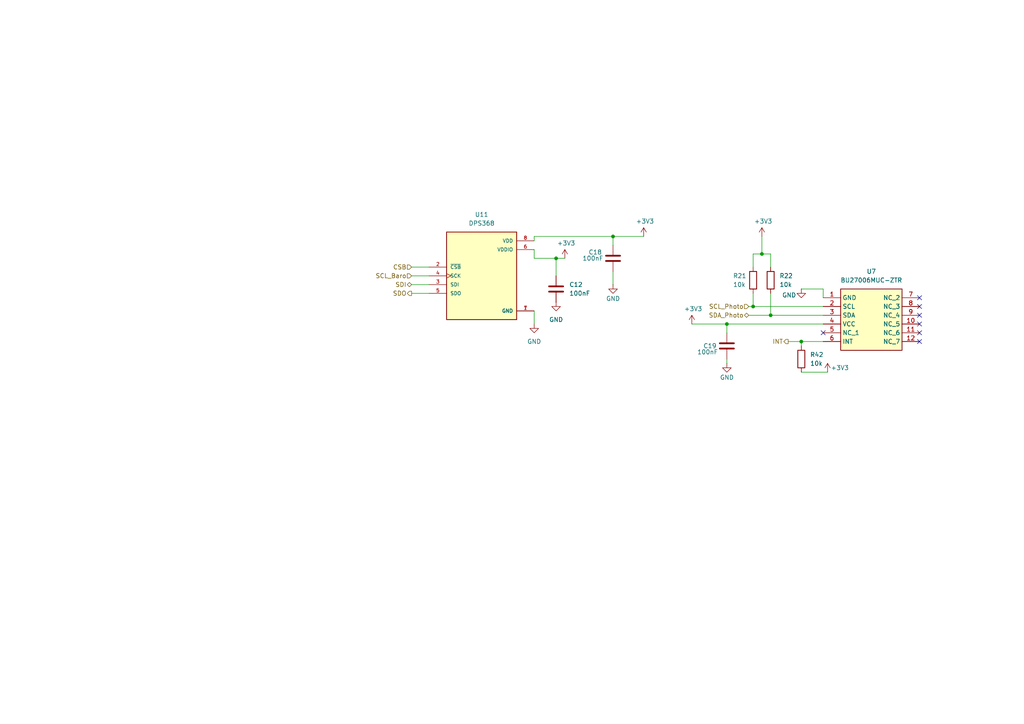
<source format=kicad_sch>
(kicad_sch (version 20231120) (generator "eeschema") (generator_version "8.0")
  (paper "A4")
  (lib_symbols
    (symbol "Device:C" (pin_numbers hide) (pin_names (offset 0.254))
      (property "Reference" "C" (at 0.635 2.54 0))
      (property "Value" "C" (at 0.635 -2.54 0))
      (symbol "C_0_1"
        (polyline (pts (xy -2.032 -0.762) (xy 2.032 -0.762)) (stroke (width 0.508)))
        (polyline (pts (xy -2.032 0.762) (xy 2.032 0.762)) (stroke (width 0.508)))
      )
      (symbol "C_1_1"
        (pin passive line (at 0 3.81 270) (length 2.794) (name "~") (number "1"))
        (pin passive line (at 0 -3.81 90) (length 2.794) (name "~") (number "2"))
      )
    )
    (symbol "Device:R" (pin_numbers hide) (pin_names (offset 0))
      (property "Reference" "R" (at 2.032 0 90))
      (property "Value" "R" (at 0 0 90))
      (symbol "R_0_1"
        (rectangle (start -1.016 -2.54) (end 1.016 2.54) (stroke (width 0.254)))
      )
      (symbol "R_1_1"
        (pin passive line (at 0 3.81 270) (length 1.27) (name "~") (number "1"))
        (pin passive line (at 0 -3.81 90) (length 1.27) (name "~") (number "2"))
      )
    )
    (symbol "iclr:BU27006MUC-ZTR"
      (property "Reference" "IC" (at 24.13 7.62 0))
      (property "Value" "BU27006MUC-ZTR" (at 24.13 5.08 0))
      (symbol "BU27006MUC-ZTR_1_1"
        (rectangle (start 5.08 2.54) (end 22.86 -15.24) (stroke (width 0.254)) (fill (type background)))
        (pin passive line (at 0 0 0) (length 5.08) (name "GND") (number "1"))
        (pin passive line (at 27.94 -7.62 180) (length 5.08) (name "NC_5") (number "10"))
        (pin passive line (at 27.94 -10.16 180) (length 5.08) (name "NC_6") (number "11"))
        (pin passive line (at 27.94 -12.7 180) (length 5.08) (name "NC_7") (number "12"))
        (pin passive line (at 0 -2.54 0) (length 5.08) (name "SCL") (number "2"))
        (pin passive line (at 0 -5.08 0) (length 5.08) (name "SDA") (number "3"))
        (pin passive line (at 0 -7.62 0) (length 5.08) (name "VCC") (number "4"))
        (pin passive line (at 0 -10.16 0) (length 5.08) (name "NC_1") (number "5"))
        (pin passive line (at 0 -12.7 0) (length 5.08) (name "INT") (number "6"))
        (pin passive line (at 27.94 0 180) (length 5.08) (name "NC_2") (number "7"))
        (pin passive line (at 27.94 -2.54 180) (length 5.08) (name "NC_3") (number "8"))
        (pin passive line (at 27.94 -5.08 180) (length 5.08) (name "NC_4") (number "9"))
      )
    )
    (symbol "iclr:DPS310" (pin_names (offset 1.016))
      (property "Reference" "U" (at -10.16 13.97 0))
      (property "Value" "DPS310" (at -10.16 -13.97 0))
      (symbol "DPS310_0_0"
        (rectangle (start -10.16 -12.7) (end 10.16 12.7) (stroke (width 0.254)) (fill (type background)))
        (pin power_in line (at 15.24 -10.16 180) (length 5.08) (name "GND") (number "1"))
        (pin input line (at -15.24 2.54 0) (length 5.08) (name "~{CSB}") (number "2"))
        (pin bidirectional line (at -15.24 -2.54 0) (length 5.08) (name "SDI") (number "3"))
        (pin input clock (at -15.24 0 0) (length 5.08) (name "SCK") (number "4"))
        (pin output line (at -15.24 -5.08 0) (length 5.08) (name "SDO") (number "5"))
        (pin power_in line (at 15.24 7.62 180) (length 5.08) (name "VDDIO") (number "6"))
        (pin power_in line (at 15.24 -10.16 180) (length 5.08) (name "GND") (number "7"))
        (pin power_in line (at 15.24 10.16 180) (length 5.08) (name "VDD") (number "8"))
      )
    )
    (symbol "power:+3.3V" (power) (pin_names (offset 0))
      (property "Value" "+3.3V" (at 0 3.556 0))
      (symbol "+3.3V_0_1"
        (polyline (pts (xy -0.762 1.27) (xy 0 2.54)))
        (polyline (pts (xy 0 0) (xy 0 2.54)))
        (polyline (pts (xy 0 2.54) (xy 0.762 1.27)))
      )
      (symbol "+3.3V_1_1"
        (pin power_in line (at 0 0 90) (length 0) hide (name "+3V3") (number "1"))
      )
    )
    (symbol "power:GND" (power) (pin_numbers hide) (pin_names (offset 0) hide)
      (property "Value" "GND" (at 0 -3.81 0))
      (symbol "GND_0_1"
        (polyline (pts (xy 0 0) (xy 0 -1.27) (xy 1.27 -1.27) (xy 0 -2.54) (xy -1.27 -1.27) (xy 0 -1.27)))
      )
      (symbol "GND_1_1"
        (pin power_in line (at 0 0 270) (length 0) (name "~") (number "1"))
      )
    )
  )
  (junction (at 161.29 74.93))
  (junction (at 210.82 93.98))
  (junction (at 220.98 73.66))
  (junction (at 223.52 91.44))
  (junction (at 232.41 99.06))
  (junction (at 177.8 68.58))
  (junction (at 218.44 88.9))
  (no_connect (at 266.7 93.98))
  (no_connect (at 266.7 86.36))
  (no_connect (at 266.7 91.44))
  (no_connect (at 238.76 96.52))
  (no_connect (at 266.7 96.52))
  (no_connect (at 266.7 88.9))
  (no_connect (at 266.7 99.06))
  (wire (pts (xy 232.41 100.33) (xy 232.41 99.06)))
  (wire (pts (xy 232.41 107.95) (xy 240.03 107.95)))
  (wire (pts (xy 161.29 74.93) (xy 161.29 80.01)))
  (wire (pts (xy 223.52 91.44) (xy 223.52 85.09)))
  (wire (pts (xy 119.38 82.55) (xy 124.46 82.55)))
  (wire (pts (xy 220.98 73.66) (xy 223.52 73.66)))
  (wire (pts (xy 154.94 68.58) (xy 154.94 69.85)))
  (wire (pts (xy 119.38 85.09) (xy 124.46 85.09)))
  (wire (pts (xy 232.41 83.82) (xy 238.76 83.82)))
  (wire (pts (xy 217.17 88.9) (xy 218.44 88.9)))
  (wire (pts (xy 238.76 83.82) (xy 238.76 86.36)))
  (wire (pts (xy 154.94 68.58) (xy 177.8 68.58)))
  (wire (pts (xy 223.52 91.44) (xy 238.76 91.44)))
  (wire (pts (xy 119.38 77.47) (xy 124.46 77.47)))
  (wire (pts (xy 154.94 74.93) (xy 154.94 72.39)))
  (wire (pts (xy 177.8 82.55) (xy 177.8 78.74)))
  (wire (pts (xy 119.38 80.01) (xy 124.46 80.01)))
  (wire (pts (xy 210.82 93.98) (xy 238.76 93.98)))
  (wire (pts (xy 154.94 74.93) (xy 161.29 74.93)))
  (wire (pts (xy 210.82 104.14) (xy 210.82 105.41)))
  (wire (pts (xy 218.44 88.9) (xy 218.44 85.09)))
  (wire (pts (xy 223.52 77.47) (xy 223.52 73.66)))
  (wire (pts (xy 232.41 99.06) (xy 238.76 99.06)))
  (wire (pts (xy 177.8 71.12) (xy 177.8 68.58)))
  (wire (pts (xy 200.66 93.98) (xy 210.82 93.98)))
  (wire (pts (xy 154.94 93.98) (xy 154.94 90.17)))
  (wire (pts (xy 210.82 93.98) (xy 210.82 96.52)))
  (wire (pts (xy 228.6 99.06) (xy 232.41 99.06)))
  (wire (pts (xy 218.44 77.47) (xy 218.44 73.66)))
  (wire (pts (xy 220.98 68.58) (xy 220.98 73.66)))
  (wire (pts (xy 218.44 88.9) (xy 238.76 88.9)))
  (wire (pts (xy 161.29 74.93) (xy 163.83 74.93)))
  (wire (pts (xy 177.8 68.58) (xy 186.69 68.58)))
  (wire (pts (xy 217.17 91.44) (xy 223.52 91.44)))
  (wire (pts (xy 218.44 73.66) (xy 220.98 73.66)))
  (hierarchical_label "SDO" (shape output) (at 119.38 85.09 180))
  (hierarchical_label "CSB" (shape input) (at 119.38 77.47 180))
  (hierarchical_label "SDI" (shape bidirectional) (at 119.38 82.55 180))
  (hierarchical_label "SCL_Baro" (shape input) (at 119.38 80.01 180))
  (hierarchical_label "SCL_Photo" (shape input) (at 217.17 88.9 180))
  (hierarchical_label "SDA_Photo" (shape bidirectional) (at 217.17 91.44 180))
  (hierarchical_label "INT" (shape output) (at 228.6 99.06 180))
  (symbol (lib_id "power:+3.3V") (at 220.98 68.58 0) (unit 1)
    (property "Reference" "#PWR054" (effects (hide yes)))
    (property "Value" "+3V3" (at 221.361 64.1858 0))
  )
  (symbol (lib_id "Device:R") (at 223.52 81.28 0) (unit 1)
    (property "Reference" "R22" (at 226.06 80.0099 0) (effects (justify left)))
    (property "Value" "10k" (at 226.06 82.5499 0) (effects (justify left)))
    (property "Footprint" "Resistor_SMD:R_0402_1005Metric" (effects (hide yes)))
    (property "Description" "Resistor" (effects (hide yes)))
  )
  (symbol (lib_id "power:GND") (at 210.82 105.41 0) (mirror y) (unit 1)
    (property "Reference" "#PWR057" (effects (hide yes)))
    (property "Value" "GND" (at 208.788 109.474 0) (effects (justify right)))
    (property "Description" "Power symbol creates a global label with name \"GND\" , ground" (effects (hide yes)))
  )
  (symbol (lib_id "power:+3.3V") (at 186.69 68.58 0) (unit 1)
    (property "Reference" "#PWR0101" (effects (hide yes)))
    (property "Value" "+3V3" (at 187.071 64.1858 0))
  )
  (symbol (lib_id "power:GND") (at 232.41 83.82 0) (mirror y) (unit 1)
    (property "Reference" "#PWR055" (effects (hide yes)))
    (property "Value" "GND" (at 226.822 85.598 0) (effects (justify right)))
    (property "Description" "Power symbol creates a global label with name \"GND\" , ground" (effects (hide yes)))
  )
  (symbol (lib_id "Device:C") (at 161.29 83.82 0) (unit 1)
    (property "Reference" "C12" (at 165.1 82.5499 0) (effects (justify left)))
    (property "Value" "100nF" (at 165.1 85.0899 0) (effects (justify left)))
    (property "Footprint" "Capacitor_SMD:C_0402_1005Metric" (effects (hide yes)))
    (property "Description" "Unpolarized capacitor" (effects (hide yes)))
  )
  (symbol (lib_id "power:+3.3V") (at 163.83 74.93 0) (unit 1)
    (property "Reference" "#PWR0103" (effects (hide yes)))
    (property "Value" "+3V3" (at 164.211 70.5358 0))
  )
  (symbol (lib_id "power:GND") (at 154.94 93.98 0) (unit 1)
    (property "Reference" "#PWR0104" (effects (hide yes)))
    (property "Value" "GND" (at 154.94 99.06 0))
    (property "Description" "Power symbol creates a global label with name \"GND\" , ground" (effects (hide yes)))
  )
  (symbol (lib_id "iclr:BU27006MUC-ZTR") (at 238.76 86.36 0) (unit 1)
    (property "Reference" "U7" (at 252.73 78.74 0))
    (property "Value" "BU27006MUC-ZTR" (at 252.73 81.28 0))
    (property "Footprint" "iclr:BU27006MUCZTR" (effects (hide yes)))
    (property "Datasheet" "https://fscdn.rohm.com/en/products/databook/datasheet/ic/sensor/light/bu27006muc-z-e.pdf" (effects (hide yes)))
    (property "Description" "RGB IC Serial (I2C) Interface 12-Pin WQFN-A EP" (effects (hide yes)))
    (property "Height" "0.55" (effects (hide yes)))
    (property "Mouser Part Number" "755-BU27006MUC-ZTR" (effects (hide yes)))
    (property "Mouser Price/Stock" "https://www.mouser.co.uk/ProductDetail/ROHM-Semiconductor/BU27006MUC-ZTR?qs=Rp5uXu7WBW9TGdEPgtwNnQ%3D%3D" (effects (hide yes)))
    (property "Manufacturer_Name" "ROHM Semiconductor" (effects (hide yes)))
    (property "Manufacturer_Part_Number" "BU27006MUC-ZTR" (effects (hide yes)))
  )
  (symbol (lib_id "iclr:DPS310") (at 139.7 80.01 0) (unit 1)
    (property "Reference" "U11" (at 139.7 62.23 0))
    (property "Value" "DPS368" (at 139.7 64.77 0))
    (property "Footprint" "iclr:XDCR_DPS310" (effects (hide yes)))
    (property "Datasheet" "https://www.infineon.com/dgdl/Infineon-DPS368-DataSheet-v01_01-EN.pdf?fileId=5546d46269e1c019016a0c45105d4b40" (effects (hide yes)))
    (property "Description" "Supply voltage range 1.7V to 3.6V | Operation range 300hPa 1200hPa | Sensors precision 0.005hPa | Relative accuracy 0.06hPa | Pressure temperature sensitivity of 0.5Pa/K | Temperature accuracy 0.5C" (effects (hide yes)))
    (property "AVAILABILITY" "Unavailable" (effects (hide yes)))
    (property "MP" "DPS310XTSA1" (effects (hide yes)))
    (property "PRICE" "None" (effects (hide yes)))
    (property "PACKAGE" "LGA-8 Infineon" (effects (hide yes)))
    (property "MF" "Infineon" (effects (hide yes)))
  )
  (symbol (lib_id "power:+3.3V") (at 200.66 93.98 0) (unit 1)
    (property "Reference" "#PWR053" (effects (hide yes)))
    (property "Value" "+3V3" (at 201.041 89.5858 0))
  )
  (symbol (lib_id "power:GND") (at 161.29 87.63 0) (unit 1)
    (property "Reference" "#PWR052" (effects (hide yes)))
    (property "Value" "GND" (at 161.29 92.71 0))
    (property "Description" "Power symbol creates a global label with name \"GND\" , ground" (effects (hide yes)))
  )
  (symbol (lib_id "Device:R") (at 232.41 104.14 0) (unit 1)
    (property "Reference" "R42" (at 234.95 102.8699 0) (effects (justify left)))
    (property "Value" "10k" (at 234.95 105.4099 0) (effects (justify left)))
    (property "Footprint" "Resistor_SMD:R_0402_1005Metric" (effects (hide yes)))
    (property "Description" "Resistor" (effects (hide yes)))
  )
  (symbol (lib_id "Device:C") (at 210.82 100.33 0) (unit 1)
    (property "Reference" "C19" (at 203.962 100.33 0) (effects (justify left)))
    (property "Value" "100nF" (at 202.184 102.108 0) (effects (justify left)))
    (property "Footprint" "Capacitor_SMD:C_0402_1005Metric" (effects (hide yes)))
    (property "Description" "Unpolarized capacitor" (effects (hide yes)))
  )
  (symbol (lib_id "Device:R") (at 218.44 81.28 0) (unit 1)
    (property "Reference" "R21" (at 212.598 80.01 0) (effects (justify left)))
    (property "Value" "10k" (at 212.598 82.55 0) (effects (justify left)))
    (property "Footprint" "Resistor_SMD:R_0402_1005Metric" (effects (hide yes)))
    (property "Description" "Resistor" (effects (hide yes)))
  )
  (symbol (lib_id "power:+3.3V") (at 240.03 107.95 0) (unit 1)
    (property "Reference" "#PWR056" (effects (hide yes)))
    (property "Value" "+3V3" (at 243.586 106.68 0))
  )
  (symbol (lib_id "Device:C") (at 177.8 74.93 0) (unit 1)
    (property "Reference" "C18" (at 170.688 73.152 0) (effects (justify left)))
    (property "Value" "100nF" (at 168.91 74.93 0) (effects (justify left)))
    (property "Footprint" "Capacitor_SMD:C_0402_1005Metric" (effects (hide yes)))
    (property "Description" "Unpolarized capacitor" (effects (hide yes)))
  )
  (symbol (lib_id "power:GND") (at 177.8 82.55 0) (mirror y) (unit 1)
    (property "Reference" "#PWR0102" (effects (hide yes)))
    (property "Value" "GND" (at 175.768 86.614 0) (effects (justify right)))
    (property "Description" "Power symbol creates a global label with name \"GND\" , ground" (effects (hide yes)))
  )
)
</source>
